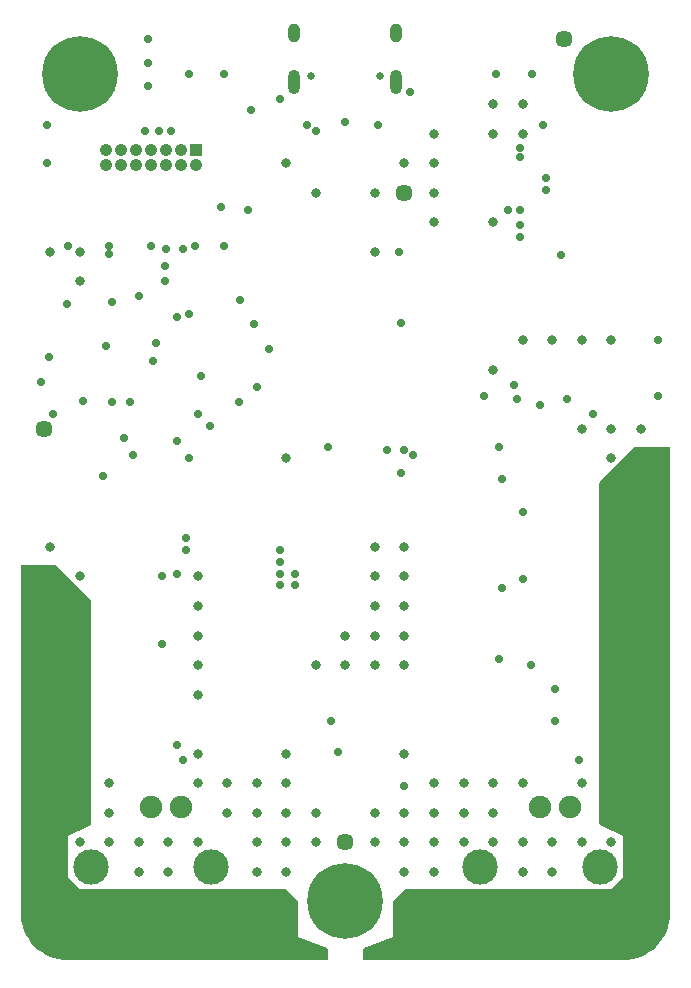
<source format=gbs>
%TF.GenerationSoftware,KiCad,Pcbnew,7.0.8*%
%TF.CreationDate,2024-04-22T21:24:51+09:00*%
%TF.ProjectId,MixedSignalKicad,4d697865-6453-4696-976e-616c4b696361,1.0*%
%TF.SameCoordinates,Original*%
%TF.FileFunction,Soldermask,Bot*%
%TF.FilePolarity,Negative*%
%FSLAX46Y46*%
G04 Gerber Fmt 4.6, Leading zero omitted, Abs format (unit mm)*
G04 Created by KiCad (PCBNEW 7.0.8) date 2024-04-22 21:24:51*
%MOMM*%
%LPD*%
G01*
G04 APERTURE LIST*
%ADD10C,1.900000*%
%ADD11C,3.000000*%
%ADD12C,0.800000*%
%ADD13C,6.400000*%
%ADD14C,1.448000*%
%ADD15C,0.650000*%
%ADD16O,1.000000X2.100000*%
%ADD17O,1.000000X1.600000*%
%ADD18R,1.070000X1.070000*%
%ADD19C,1.070000*%
%ADD20C,0.700000*%
G04 APERTURE END LIST*
D10*
%TO.C,J300*%
X164000000Y-117000000D03*
D11*
X169080000Y-122080000D03*
D10*
X166540000Y-117000000D03*
D11*
X158920000Y-122080000D03*
%TD*%
D12*
%TO.C,H2*%
X170000000Y-52600000D03*
X171697056Y-53302944D03*
X168302944Y-53302944D03*
X172400000Y-55000000D03*
D13*
X170000000Y-55000000D03*
D12*
X167600000Y-55000000D03*
X171697056Y-56697056D03*
X168302944Y-56697056D03*
X170000000Y-57400000D03*
%TD*%
D14*
%TO.C,Tooling-Hole1*%
X122000000Y-85000000D03*
%TD*%
D10*
%TO.C,J400*%
X131000000Y-117000000D03*
D11*
X136080000Y-122080000D03*
D10*
X133540000Y-117000000D03*
D11*
X125920000Y-122080000D03*
%TD*%
D14*
%TO.C,Tooling-Hole4*%
X152500000Y-65000000D03*
%TD*%
D15*
%TO.C,J200*%
X150390000Y-55100000D03*
X144610000Y-55100000D03*
D16*
X151820000Y-55630000D03*
D17*
X151820000Y-51450000D03*
D16*
X143180000Y-55630000D03*
D17*
X143180000Y-51450000D03*
%TD*%
D18*
%TO.C,J201*%
X134810000Y-61365000D03*
D19*
X134810000Y-62635000D03*
X133540000Y-61365000D03*
X133540000Y-62635000D03*
X132270000Y-61365000D03*
X132270000Y-62635000D03*
X131000000Y-61365000D03*
X131000000Y-62635000D03*
X129730000Y-61365000D03*
X129730000Y-62635000D03*
X128460000Y-61365000D03*
X128460000Y-62635000D03*
X127190000Y-61365000D03*
X127190000Y-62635000D03*
%TD*%
D12*
%TO.C,H3*%
X147500000Y-122600000D03*
X149197056Y-123302944D03*
X145802944Y-123302944D03*
X149900000Y-125000000D03*
D13*
X147500000Y-125000000D03*
D12*
X145100000Y-125000000D03*
X149197056Y-126697056D03*
X145802944Y-126697056D03*
X147500000Y-127400000D03*
%TD*%
D14*
%TO.C,Tooling-Hole3*%
X147500000Y-120000000D03*
%TD*%
%TO.C,Tooling-Hole2*%
X166000000Y-52000000D03*
%TD*%
D12*
%TO.C,H1*%
X122600000Y-55000000D03*
X123302944Y-53302944D03*
X123302944Y-56697056D03*
X125000000Y-52600000D03*
D13*
X125000000Y-55000000D03*
D12*
X125000000Y-57400000D03*
X126697056Y-53302944D03*
X126697056Y-56697056D03*
X127400000Y-55000000D03*
%TD*%
D20*
X159250000Y-82250000D03*
D12*
X122500000Y-107500000D03*
X172500000Y-125000000D03*
X125000000Y-72500000D03*
D20*
X134750000Y-69500000D03*
D12*
X172500000Y-110000000D03*
X165000000Y-120000000D03*
X142500000Y-122500000D03*
D20*
X152250000Y-88750000D03*
D12*
X145000000Y-65000000D03*
X125000000Y-115000000D03*
D20*
X127500000Y-70199503D03*
X133250000Y-111750000D03*
D12*
X140000000Y-117500000D03*
X135000000Y-125000000D03*
X122500000Y-115000000D03*
X167500000Y-127500000D03*
X157500000Y-125000000D03*
D20*
X146862500Y-112362500D03*
D12*
X137500000Y-125000000D03*
X147500000Y-105000000D03*
X150000000Y-117500000D03*
X127500000Y-115000000D03*
X135000000Y-100000000D03*
D20*
X127250000Y-78000000D03*
X142000000Y-95250000D03*
D12*
X170000000Y-112500000D03*
X122500000Y-112500000D03*
X155000000Y-122500000D03*
X125000000Y-117500000D03*
X122500000Y-120000000D03*
X172500000Y-115000000D03*
X140000000Y-127500000D03*
X170000000Y-117500000D03*
X145000000Y-105000000D03*
X142500000Y-112500000D03*
X170000000Y-100000000D03*
X142500000Y-127500000D03*
X155000000Y-65000000D03*
X145000000Y-120000000D03*
X162500000Y-115000000D03*
X142500000Y-62500000D03*
D20*
X142000000Y-96250000D03*
D12*
X152500000Y-95000000D03*
X172500000Y-122500000D03*
X142500000Y-125000000D03*
X140000000Y-125000000D03*
D20*
X128750000Y-85750000D03*
X127750000Y-82750000D03*
D12*
X170000000Y-127500000D03*
D20*
X145000000Y-59817500D03*
D12*
X160000000Y-117500000D03*
X165000000Y-125000000D03*
D20*
X143250000Y-97250000D03*
D12*
X122500000Y-110000000D03*
X122500000Y-127500000D03*
X125000000Y-112500000D03*
X150000000Y-105000000D03*
X165000000Y-127500000D03*
X125000000Y-120000000D03*
X122500000Y-100000000D03*
X167500000Y-125000000D03*
X152500000Y-102500000D03*
D20*
X127500000Y-69500000D03*
D12*
X165000000Y-77500000D03*
X172500000Y-95000000D03*
X125000000Y-110000000D03*
D20*
X152500000Y-115250000D03*
D12*
X170000000Y-115000000D03*
X155000000Y-62500000D03*
X122500000Y-125000000D03*
X172500000Y-102500000D03*
D20*
X162250000Y-62000000D03*
D12*
X155000000Y-127500000D03*
X125000000Y-97500000D03*
X135000000Y-112500000D03*
X170000000Y-105000000D03*
X150000000Y-100000000D03*
X132500000Y-122500000D03*
X170000000Y-85000000D03*
X160000000Y-127500000D03*
D20*
X129500000Y-87250000D03*
D12*
X152500000Y-125000000D03*
X160000000Y-115000000D03*
X152500000Y-127500000D03*
X160000000Y-57500000D03*
D20*
X147500000Y-59047500D03*
D12*
X135000000Y-127500000D03*
D20*
X153000000Y-56500000D03*
X162500000Y-92000000D03*
X160750000Y-98500000D03*
D12*
X125000000Y-100000000D03*
D20*
X132000000Y-97500000D03*
D12*
X122500000Y-117500000D03*
X170000000Y-87500000D03*
X142500000Y-87500000D03*
X150000000Y-95000000D03*
D20*
X125250000Y-82650000D03*
X122250000Y-59250000D03*
X163265000Y-55000000D03*
D12*
X167500000Y-85000000D03*
X135000000Y-120000000D03*
D20*
X152500000Y-86770000D03*
X174000000Y-82250000D03*
D12*
X125000000Y-107500000D03*
D20*
X164000000Y-83000000D03*
D12*
X132500000Y-125000000D03*
D20*
X174000000Y-77500000D03*
D12*
X132500000Y-127500000D03*
X155000000Y-60000000D03*
D20*
X160750000Y-89250000D03*
X164500000Y-64750000D03*
D12*
X155000000Y-125000000D03*
X125000000Y-102500000D03*
X130000000Y-125000000D03*
X162500000Y-122500000D03*
D20*
X130000000Y-73750000D03*
D12*
X160000000Y-80000000D03*
X170000000Y-77500000D03*
X157500000Y-120000000D03*
D20*
X131000000Y-69500000D03*
D12*
X137500000Y-115000000D03*
X140000000Y-122500000D03*
X165000000Y-122500000D03*
X145000000Y-117500000D03*
D20*
X166247176Y-82508473D03*
X127000000Y-89000000D03*
D12*
X172500000Y-97500000D03*
X172500000Y-107500000D03*
X167500000Y-120000000D03*
X142500000Y-115000000D03*
D20*
X167250000Y-113000000D03*
X133250000Y-97250000D03*
D12*
X170000000Y-107500000D03*
D20*
X131250000Y-79250000D03*
D12*
X172500000Y-120000000D03*
X160000000Y-60000000D03*
D20*
X122400000Y-78900000D03*
D12*
X157500000Y-115000000D03*
D20*
X139500000Y-58000000D03*
X144250000Y-59297500D03*
D12*
X162500000Y-77500000D03*
X150000000Y-65000000D03*
X170000000Y-92500000D03*
X152500000Y-112500000D03*
X172500000Y-112500000D03*
D20*
X151000000Y-86770000D03*
D12*
X167500000Y-77500000D03*
D20*
X124000000Y-69500000D03*
X142000000Y-98250000D03*
X134250000Y-55000000D03*
X143250000Y-98250000D03*
X150250000Y-59297500D03*
D12*
X127500000Y-120000000D03*
X170000000Y-97500000D03*
X155000000Y-120000000D03*
X172500000Y-87500000D03*
X127500000Y-117500000D03*
X172500000Y-85000000D03*
D20*
X153250000Y-87250000D03*
D12*
X125000000Y-127500000D03*
X172500000Y-100000000D03*
X142500000Y-120000000D03*
X152500000Y-100000000D03*
D20*
X162500000Y-97750000D03*
D12*
X122500000Y-122500000D03*
D20*
X165250000Y-107000000D03*
D12*
X170000000Y-102500000D03*
X147500000Y-102500000D03*
X122500000Y-95000000D03*
X150000000Y-97500000D03*
X152500000Y-122500000D03*
X130000000Y-120000000D03*
D20*
X162250000Y-61250000D03*
D12*
X172500000Y-117500000D03*
X127500000Y-127500000D03*
D20*
X123900000Y-74400000D03*
D12*
X172500000Y-105000000D03*
D20*
X162250000Y-67750000D03*
D12*
X172500000Y-90000000D03*
X150000000Y-70000000D03*
X155000000Y-115000000D03*
X157500000Y-127500000D03*
X170000000Y-125000000D03*
X137500000Y-127500000D03*
D20*
X165250000Y-109750000D03*
X133750000Y-69750000D03*
D12*
X125000000Y-125000000D03*
D20*
X132000000Y-103250000D03*
X164500000Y-63750000D03*
D12*
X172500000Y-127500000D03*
X135000000Y-115000000D03*
D20*
X162250000Y-68750000D03*
D12*
X170000000Y-110000000D03*
D20*
X160265000Y-55000000D03*
D12*
X170000000Y-90000000D03*
X125000000Y-70000000D03*
X157500000Y-117500000D03*
X132500000Y-120000000D03*
X152500000Y-105000000D03*
X162500000Y-57500000D03*
X152500000Y-62500000D03*
D20*
X127750000Y-74250000D03*
X139750000Y-76125500D03*
X168500000Y-83750000D03*
D12*
X122500000Y-102500000D03*
D20*
X132250000Y-71250000D03*
D12*
X135000000Y-97500000D03*
X150000000Y-102500000D03*
X135000000Y-105000000D03*
D20*
X122750000Y-83750000D03*
D12*
X125000000Y-105000000D03*
D20*
X133750000Y-113000000D03*
D12*
X130000000Y-122500000D03*
X152500000Y-120000000D03*
X170000000Y-120000000D03*
X130000000Y-127500000D03*
X162500000Y-125000000D03*
D20*
X142000000Y-97250000D03*
D12*
X122500000Y-97500000D03*
X160000000Y-120000000D03*
X167500000Y-115000000D03*
X152500000Y-97500000D03*
D20*
X130500000Y-59750000D03*
D12*
X137500000Y-117500000D03*
X122500000Y-105000000D03*
D20*
X132750000Y-59750000D03*
D12*
X160000000Y-67500000D03*
X135000000Y-107500000D03*
D20*
X146250000Y-109750000D03*
D12*
X170000000Y-95000000D03*
D20*
X131750000Y-59750000D03*
X137250000Y-69500000D03*
D12*
X172500000Y-92500000D03*
X162500000Y-60000000D03*
X150000000Y-120000000D03*
D20*
X163250000Y-105000000D03*
D12*
X155000000Y-67500000D03*
X162500000Y-127500000D03*
X162500000Y-120000000D03*
X127500000Y-125000000D03*
X140000000Y-115000000D03*
X135000000Y-102500000D03*
D20*
X136000000Y-84750000D03*
D12*
X155000000Y-117500000D03*
X160000000Y-125000000D03*
X152500000Y-117500000D03*
X122500000Y-70000000D03*
X140000000Y-120000000D03*
D20*
X142000000Y-57047500D03*
D12*
X142500000Y-117500000D03*
D20*
X162250000Y-66500000D03*
X164250000Y-59250000D03*
X137250000Y-55000000D03*
X121750000Y-81000000D03*
X138500000Y-82750000D03*
X129250000Y-82750000D03*
X139250000Y-66500000D03*
X152000000Y-70000000D03*
X138565516Y-74065516D03*
X137000000Y-66250000D03*
X132350497Y-69750000D03*
X122250000Y-62500000D03*
X131500000Y-77750000D03*
X161760050Y-81250000D03*
X160500000Y-86500000D03*
X141000000Y-78250000D03*
X140000000Y-81500000D03*
X133244978Y-86000698D03*
X134250000Y-87500000D03*
X132250000Y-72500000D03*
X130750000Y-56000000D03*
X134250000Y-75250000D03*
X130750000Y-54000000D03*
X130750000Y-52000000D03*
X133250000Y-75500000D03*
X162000000Y-82500000D03*
X160500000Y-104500000D03*
X135000000Y-83750000D03*
X134000000Y-94250000D03*
X134000000Y-95250000D03*
X135250000Y-80500000D03*
X161250000Y-66500000D03*
X165750000Y-70250000D03*
X146000000Y-86500000D03*
X152250000Y-76000000D03*
G36*
X123015677Y-96519685D02*
G01*
X123036319Y-96536319D01*
X125963681Y-99463681D01*
X125997166Y-99525004D01*
X126000000Y-99551362D01*
X126000000Y-118423363D01*
X125980315Y-118490402D01*
X125931455Y-118534272D01*
X124000000Y-119499999D01*
X124000000Y-123000000D01*
X125000000Y-124000000D01*
X142448638Y-124000000D01*
X142515677Y-124019685D01*
X142536319Y-124036319D01*
X143463681Y-124963681D01*
X143497166Y-125025004D01*
X143500000Y-125051362D01*
X143500000Y-128000000D01*
X145922052Y-128968820D01*
X145976986Y-129011994D01*
X145999858Y-129078015D01*
X146000000Y-129083951D01*
X146000000Y-129876000D01*
X145980315Y-129943039D01*
X145927511Y-129988794D01*
X145876000Y-130000000D01*
X124001529Y-130000000D01*
X123998486Y-129999925D01*
X123610973Y-129980887D01*
X123604914Y-129980291D01*
X123222654Y-129923587D01*
X123216683Y-129922400D01*
X122841809Y-129828499D01*
X122835983Y-129826732D01*
X122472144Y-129696548D01*
X122466519Y-129694218D01*
X122117162Y-129528985D01*
X122111793Y-129526115D01*
X121780337Y-129327447D01*
X121775275Y-129324065D01*
X121464870Y-129093853D01*
X121460164Y-129089991D01*
X121173830Y-128830474D01*
X121169525Y-128826169D01*
X120910008Y-128539835D01*
X120906146Y-128535129D01*
X120675934Y-128224724D01*
X120672552Y-128219662D01*
X120473884Y-127888206D01*
X120471014Y-127882837D01*
X120305781Y-127533480D01*
X120303451Y-127527855D01*
X120173267Y-127164016D01*
X120171500Y-127158190D01*
X120077599Y-126783316D01*
X120076412Y-126777345D01*
X120019708Y-126395085D01*
X120019112Y-126389026D01*
X120000075Y-126001512D01*
X120000000Y-125998470D01*
X120000000Y-96624000D01*
X120019685Y-96556961D01*
X120072489Y-96511206D01*
X120124000Y-96500000D01*
X122948638Y-96500000D01*
X123015677Y-96519685D01*
G37*
G36*
X174943039Y-86519685D02*
G01*
X174988794Y-86572489D01*
X175000000Y-86624000D01*
X175000000Y-125998470D01*
X174999925Y-126001513D01*
X174980887Y-126389026D01*
X174980291Y-126395085D01*
X174923587Y-126777345D01*
X174922400Y-126783316D01*
X174828499Y-127158190D01*
X174826732Y-127164016D01*
X174696548Y-127527855D01*
X174694218Y-127533480D01*
X174528985Y-127882837D01*
X174526115Y-127888206D01*
X174327447Y-128219662D01*
X174324065Y-128224724D01*
X174093853Y-128535129D01*
X174089991Y-128539835D01*
X173830474Y-128826169D01*
X173826169Y-128830474D01*
X173539835Y-129089991D01*
X173535129Y-129093853D01*
X173224724Y-129324065D01*
X173219662Y-129327447D01*
X172888206Y-129526115D01*
X172882837Y-129528985D01*
X172533480Y-129694218D01*
X172527855Y-129696548D01*
X172164016Y-129826732D01*
X172158190Y-129828499D01*
X171783316Y-129922400D01*
X171777345Y-129923587D01*
X171395085Y-129980291D01*
X171389026Y-129980887D01*
X171001514Y-129999925D01*
X170998471Y-130000000D01*
X149124000Y-130000000D01*
X149056961Y-129980315D01*
X149011206Y-129927511D01*
X149000000Y-129876000D01*
X149000000Y-129083951D01*
X149019685Y-129016912D01*
X149072489Y-128971157D01*
X149077948Y-128968820D01*
X151499999Y-128000000D01*
X151500000Y-128000000D01*
X151500000Y-125051362D01*
X151519685Y-124984323D01*
X151536319Y-124963681D01*
X152463681Y-124036319D01*
X152525004Y-124002834D01*
X152551362Y-124000000D01*
X170000000Y-124000000D01*
X170000000Y-123999999D01*
X171000000Y-122999999D01*
X171000000Y-119500000D01*
X170999999Y-119499999D01*
X169068545Y-118534272D01*
X169017387Y-118486685D01*
X169000000Y-118423363D01*
X169000000Y-89551362D01*
X169019685Y-89484323D01*
X169036319Y-89463681D01*
X171963681Y-86536319D01*
X172025004Y-86502834D01*
X172051362Y-86500000D01*
X174876000Y-86500000D01*
X174943039Y-86519685D01*
G37*
M02*

</source>
